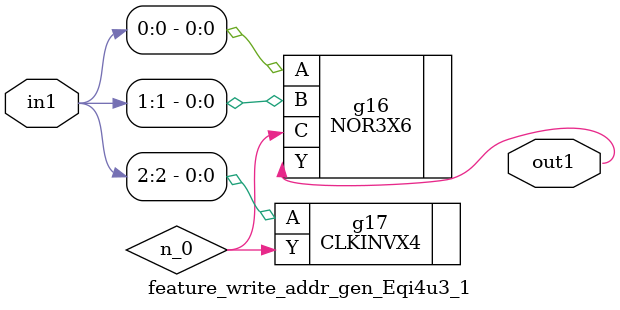
<source format=v>
`timescale 1ps / 1ps


module feature_write_addr_gen_Eqi4u3_1(in1, out1);
  input [2:0] in1;
  output out1;
  wire [2:0] in1;
  wire out1;
  wire n_0;
  NOR3X6 g16(.A (in1[0]), .B (in1[1]), .C (n_0), .Y (out1));
  CLKINVX4 g17(.A (in1[2]), .Y (n_0));
endmodule



</source>
